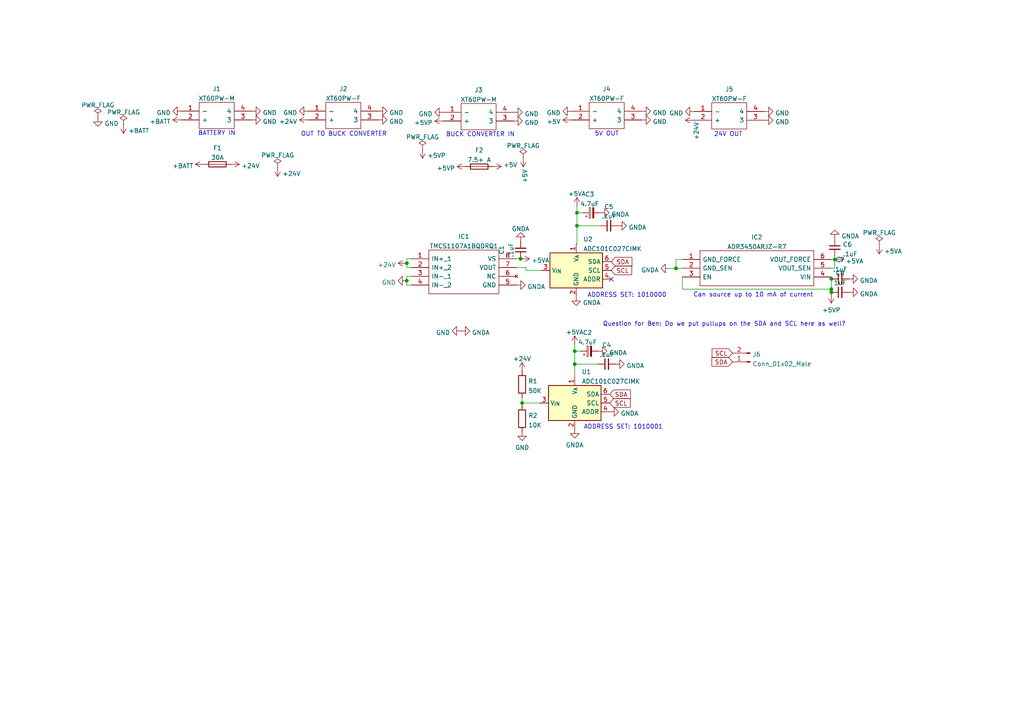
<source format=kicad_sch>
(kicad_sch (version 20211123) (generator eeschema)
  (paper "A4")
  (lib_symbols
    (symbol "ADR3450ARJZ-R7:ADR3450ARJZ-R7" (pin_names (offset 0.762))
      (property "Reference" "IC" (at 39.37 7.62 0))
      (property "Value" "ADR3450ARJZ-R7" (at 39.37 5.08 0))
      (symbol "ADR3450ARJZ-R7_0_0"
        (pin passive line (at 0 0 0) (length 5.08) (name "GND_FORCE") (number "1"))
        (pin passive line (at 0 -2.54 0) (length 5.08) (name "GND_SEN") (number "2"))
        (pin passive line (at 0 -5.08 0) (length 5.08) (name "EN") (number "3"))
        (pin passive line (at 43.18 -5.08 180) (length 5.08) (name "VIN") (number "4"))
        (pin passive line (at 43.18 -2.54 180) (length 5.08) (name "VOUT_SEN") (number "5"))
        (pin passive line (at 43.18 0 180) (length 5.08) (name "VOUT_FORCE") (number "6"))
      )
      (symbol "ADR3450ARJZ-R7_0_1"
        (polyline (pts (xy 5.08 2.54) (xy 38.1 2.54) (xy 38.1 -7.62) (xy 5.08 -7.62) (xy 5.08 2.54)) (stroke (width 0.1524)))
      )
    )
    (symbol "Analog_ADC:ADC101C021CIMK"
      (property "Reference" "U" (at 3.81 11.43 0))
      (property "Value" "ADC101C021CIMK" (at 11.43 8.89 0))
      (symbol "ADC101C021CIMK_0_1"
        (rectangle (start -7.62 5.08) (end 7.62 -5.08) (stroke (width 0.254)) (fill (type background)))
      )
      (symbol "ADC101C021CIMK_1_1"
        (pin power_in line (at 0 7.62 270) (length 2.54) (name "V_{A}") (number "1"))
        (pin power_in line (at 0 -7.62 90) (length 2.54) (name "GND") (number "2"))
        (pin input line (at -10.16 0 0) (length 2.54) (name "V_{IN}") (number "3"))
        (pin input line (at 10.16 -2.54 180) (length 2.54) (name "ADDR") (number "4"))
        (pin input line (at 10.16 0 180) (length 2.54) (name "SCL") (number "5"))
        (pin bidirectional line (at 10.16 2.54 180) (length 2.54) (name "SDA") (number "6"))
      )
    )
    (symbol "Connector:Conn_01x02_Male" (pin_names (offset 1.016) hide)
      (property "Reference" "J" (at 0 2.54 0))
      (property "Value" "Conn_01x02_Male" (at 0 -5.08 0))
      (symbol "Conn_01x02_Male_1_1"
        (polyline (pts (xy 1.27 -2.54) (xy 0.8636 -2.54)) (stroke (width 0.1524)))
        (polyline (pts (xy 1.27 0) (xy 0.8636 0)) (stroke (width 0.1524)))
        (rectangle (start 0.8636 -2.413) (end 0 -2.667) (stroke (width 0.1524)) (fill (type outline)))
        (rectangle (start 0.8636 0.127) (end 0 -0.127) (stroke (width 0.1524)) (fill (type outline)))
        (pin passive line (at 5.08 0 180) (length 3.81) (name "Pin_1") (number "1"))
        (pin passive line (at 5.08 -2.54 180) (length 3.81) (name "Pin_2") (number "2"))
      )
    )
    (symbol "Device:C_Polarized_Small" (pin_numbers hide) (pin_names (offset 0.254) hide)
      (property "Reference" "C" (at 0.254 1.778 0))
      (property "Value" "C_Polarized_Small" (at 0.254 -2.032 0))
      (symbol "C_Polarized_Small_0_1"
        (rectangle (start -1.524 -0.3048) (end 1.524 -0.6858) (fill (type outline)))
        (rectangle (start -1.524 0.6858) (end 1.524 0.3048))
        (polyline (pts (xy -1.27 1.524) (xy -0.762 1.524)))
        (polyline (pts (xy -1.016 1.27) (xy -1.016 1.778)))
      )
      (symbol "C_Polarized_Small_1_1"
        (pin passive line (at 0 2.54 270) (length 1.8542) (name "~") (number "1"))
        (pin passive line (at 0 -2.54 90) (length 1.8542) (name "~") (number "2"))
      )
    )
    (symbol "Device:C_Small" (pin_numbers hide) (pin_names (offset 0.254) hide)
      (property "Reference" "C" (at 0.254 1.778 0))
      (property "Value" "C_Small" (at 0.254 -2.032 0))
      (symbol "C_Small_0_1"
        (polyline (pts (xy -1.524 -0.508) (xy 1.524 -0.508)) (stroke (width 0.3302)))
        (polyline (pts (xy -1.524 0.508) (xy 1.524 0.508)) (stroke (width 0.3048)))
      )
      (symbol "C_Small_1_1"
        (pin passive line (at 0 2.54 270) (length 2.032) (name "~") (number "1"))
        (pin passive line (at 0 -2.54 90) (length 2.032) (name "~") (number "2"))
      )
    )
    (symbol "Device:Fuse" (pin_numbers hide) (pin_names (offset 0))
      (property "Reference" "F" (at 2.032 0 90))
      (property "Value" "Fuse" (at -1.905 0 90))
      (symbol "Fuse_0_1"
        (rectangle (start -0.762 -2.54) (end 0.762 2.54) (stroke (width 0.254)))
        (polyline (pts (xy 0 2.54) (xy 0 -2.54)))
      )
      (symbol "Fuse_1_1"
        (pin passive line (at 0 3.81 270) (length 1.27) (name "~") (number "1"))
        (pin passive line (at 0 -3.81 90) (length 1.27) (name "~") (number "2"))
      )
    )
    (symbol "Device:R" (pin_numbers hide) (pin_names (offset 0))
      (property "Reference" "R" (at 2.032 0 90))
      (property "Value" "R" (at 0 0 90))
      (symbol "R_0_1"
        (rectangle (start -1.016 -2.54) (end 1.016 2.54) (stroke (width 0.254)))
      )
      (symbol "R_1_1"
        (pin passive line (at 0 3.81 270) (length 1.27) (name "~") (number "1"))
        (pin passive line (at 0 -3.81 90) (length 1.27) (name "~") (number "2"))
      )
    )
    (symbol "TMCS1107A1BQDRQ1:TMCS1107A1BQDRQ1" (pin_names (offset 0.762))
      (property "Reference" "IC" (at 26.67 7.62 0))
      (property "Value" "TMCS1107A1BQDRQ1" (at 26.67 5.08 0))
      (symbol "TMCS1107A1BQDRQ1_0_0"
        (pin passive line (at 0 0 0) (length 5.08) (name "IN+_1") (number "1"))
        (pin passive line (at 0 -2.54 0) (length 5.08) (name "IN+_2") (number "2"))
        (pin passive line (at 0 -5.08 0) (length 5.08) (name "IN-_1") (number "3"))
        (pin passive line (at 0 -7.62 0) (length 5.08) (name "IN-_2") (number "4"))
        (pin passive line (at 30.48 -7.62 180) (length 5.08) (name "GND") (number "5"))
        (pin no_connect line (at 30.48 -5.08 180) (length 5.08) (name "NC") (number "6"))
        (pin passive line (at 30.48 -2.54 180) (length 5.08) (name "VOUT") (number "7"))
        (pin passive line (at 30.48 0 180) (length 5.08) (name "VS") (number "8"))
      )
      (symbol "TMCS1107A1BQDRQ1_0_1"
        (polyline (pts (xy 5.08 2.54) (xy 25.4 2.54) (xy 25.4 -10.16) (xy 5.08 -10.16) (xy 5.08 2.54)) (stroke (width 0.1524)))
      )
    )
    (symbol "XT60PW-F:XT60PW-F" (pin_names (offset 0.762))
      (property "Reference" "J" (at 16.51 7.62 0))
      (property "Value" "XT60PW-F" (at 16.51 5.08 0))
      (symbol "XT60PW-F_0_0"
        (pin passive line (at 0 0 0) (length 5.08) (name "-") (number "1"))
        (pin passive line (at 0 -2.54 0) (length 5.08) (name "+") (number "2"))
        (pin passive line (at 20.32 -2.54 180) (length 5.08) (name "3") (number "3"))
        (pin passive line (at 20.32 0 180) (length 5.08) (name "4") (number "4"))
      )
      (symbol "XT60PW-F_0_1"
        (polyline (pts (xy 5.08 2.54) (xy 15.24 2.54) (xy 15.24 -5.08) (xy 5.08 -5.08) (xy 5.08 2.54)) (stroke (width 0.1524)))
      )
    )
    (symbol "XT60PW-M:XT60PW-M" (pin_names (offset 0.762))
      (property "Reference" "J" (at 16.51 7.62 0))
      (property "Value" "XT60PW-M" (at 16.51 5.08 0))
      (symbol "XT60PW-M_0_0"
        (pin passive line (at 0 0 0) (length 5.08) (name "-") (number "1"))
        (pin passive line (at 0 -2.54 0) (length 5.08) (name "+") (number "2"))
        (pin passive line (at 20.32 -2.54 180) (length 5.08) (name "3") (number "3"))
        (pin passive line (at 20.32 0 180) (length 5.08) (name "4") (number "4"))
      )
      (symbol "XT60PW-M_0_1"
        (polyline (pts (xy 5.08 2.54) (xy 15.24 2.54) (xy 15.24 -5.08) (xy 5.08 -5.08) (xy 5.08 2.54)) (stroke (width 0.1524)))
      )
    )
    (symbol "power:+24V" (power) (pin_names (offset 0))
      (property "Value" "+24V" (at 0 3.556 0))
      (symbol "+24V_0_1"
        (polyline (pts (xy -0.762 1.27) (xy 0 2.54)))
        (polyline (pts (xy 0 0) (xy 0 2.54)))
        (polyline (pts (xy 0 2.54) (xy 0.762 1.27)))
      )
      (symbol "+24V_1_1"
        (pin power_in line (at 0 0 90) (length 0) hide (name "+24V") (number "1"))
      )
    )
    (symbol "power:+5V" (power) (pin_names (offset 0))
      (property "Value" "+5V" (at 0 3.556 0))
      (symbol "+5V_0_1"
        (polyline (pts (xy -0.762 1.27) (xy 0 2.54)))
        (polyline (pts (xy 0 0) (xy 0 2.54)))
        (polyline (pts (xy 0 2.54) (xy 0.762 1.27)))
      )
      (symbol "+5V_1_1"
        (pin power_in line (at 0 0 90) (length 0) hide (name "+5V") (number "1"))
      )
    )
    (symbol "power:+5VA" (power) (pin_names (offset 0))
      (property "Value" "+5VA" (at 0 3.556 0))
      (symbol "+5VA_0_1"
        (polyline (pts (xy -0.762 1.27) (xy 0 2.54)))
        (polyline (pts (xy 0 0) (xy 0 2.54)))
        (polyline (pts (xy 0 2.54) (xy 0.762 1.27)))
      )
      (symbol "+5VA_1_1"
        (pin power_in line (at 0 0 90) (length 0) hide (name "+5VA") (number "1"))
      )
    )
    (symbol "power:+5VP" (power) (pin_names (offset 0))
      (property "Value" "+5VP" (at 0 3.556 0))
      (symbol "+5VP_0_1"
        (polyline (pts (xy -0.762 1.27) (xy 0 2.54)))
        (polyline (pts (xy 0 0) (xy 0 2.54)))
        (polyline (pts (xy 0 2.54) (xy 0.762 1.27)))
      )
      (symbol "+5VP_1_1"
        (pin power_in line (at 0 0 90) (length 0) hide (name "+5VP") (number "1"))
      )
    )
    (symbol "power:+BATT" (power) (pin_names (offset 0))
      (property "Value" "+BATT" (at 0 3.556 0))
      (symbol "+BATT_0_1"
        (polyline (pts (xy -0.762 1.27) (xy 0 2.54)))
        (polyline (pts (xy 0 0) (xy 0 2.54)))
        (polyline (pts (xy 0 2.54) (xy 0.762 1.27)))
      )
      (symbol "+BATT_1_1"
        (pin power_in line (at 0 0 90) (length 0) hide (name "+BATT") (number "1"))
      )
    )
    (symbol "power:GND" (power) (pin_names (offset 0))
      (property "Value" "GND" (at 0 -3.81 0))
      (symbol "GND_0_1"
        (polyline (pts (xy 0 0) (xy 0 -1.27) (xy 1.27 -1.27) (xy 0 -2.54) (xy -1.27 -1.27) (xy 0 -1.27)))
      )
      (symbol "GND_1_1"
        (pin power_in line (at 0 0 270) (length 0) hide (name "GND") (number "1"))
      )
    )
    (symbol "power:GNDA" (power) (pin_names (offset 0))
      (property "Value" "GNDA" (at 0 -3.81 0))
      (symbol "GNDA_0_1"
        (polyline (pts (xy 0 0) (xy 0 -1.27) (xy 1.27 -1.27) (xy 0 -2.54) (xy -1.27 -1.27) (xy 0 -1.27)))
      )
      (symbol "GNDA_1_1"
        (pin power_in line (at 0 0 270) (length 0) hide (name "GNDA") (number "1"))
      )
    )
    (symbol "power:PWR_FLAG" (power) (pin_numbers hide) (pin_names (offset 0) hide)
      (property "Value" "PWR_FLAG" (at 0 3.81 0))
      (symbol "PWR_FLAG_0_0"
        (pin power_out line (at 0 0 90) (length 0) (name "pwr") (number "1"))
      )
      (symbol "PWR_FLAG_0_1"
        (polyline (pts (xy 0 0) (xy 0 1.27) (xy -1.016 1.905) (xy 0 2.54) (xy 1.016 1.905) (xy 0 1.27)))
      )
    )
  )
  (junction (at 151.003 75.057))
  (junction (at 166.7002 101.854))
  (junction (at 196.0626 77.851))
  (junction (at 117.983 81.4324))
  (junction (at 241.1222 83.8708))
  (junction (at 167.3352 65.4812))
  (junction (at 167.3352 61.722))
  (junction (at 151.4348 116.8908))
  (junction (at 196.0626 77.8002))
  (junction (at 118.0084 76.3524))
  (junction (at 241.1222 84.7852))
  (junction (at 166.7002 105.6132))
  (junction (at 242.1128 75.2602))
  (junction (at 241.1222 80.899))
  (no_connect (at 177.292 80.9752))
  (wire (pts (xy 196.0626 77.8002) (xy 196.0626 77.851)))
  (wire (pts (xy 197.9422 80.3402) (xy 197.9422 83.8708)))
  (wire (pts (xy 118.0084 75.057) (xy 118.0084 76.3524)))
  (wire (pts (xy 166.7002 105.6132) (xy 166.7002 109.2708)))
  (wire (pts (xy 241.1222 75.2602) (xy 242.1128 75.2602)))
  (wire (pts (xy 197.9422 75.2602) (xy 196.0626 75.2602)))
  (wire (pts (xy 117.983 81.4324) (xy 117.983 82.677)))
  (wire (pts (xy 242.1128 75.2602) (xy 242.1128 77.8002)))
  (wire (pts (xy 196.0626 75.2602) (xy 196.0626 77.8002)))
  (wire (pts (xy 119.3038 75.057) (xy 118.0084 75.057)))
  (wire (pts (xy 166.7002 101.854) (xy 168.402 101.854)))
  (wire (pts (xy 118.0084 76.3524) (xy 118.0084 77.597)))
  (wire (pts (xy 241.1222 80.899) (xy 241.1222 83.8708)))
  (wire (pts (xy 166.7002 99.949) (xy 166.7002 101.854)))
  (wire (pts (xy 118.0084 77.597) (xy 119.3038 77.597)))
  (wire (pts (xy 149.7838 75.057) (xy 151.003 75.057)))
  (wire (pts (xy 117.983 82.677) (xy 119.3038 82.677)))
  (wire (pts (xy 151.4348 115.2906) (xy 151.4348 116.8908)))
  (wire (pts (xy 241.1222 84.7852) (xy 241.1222 85.3694)))
  (wire (pts (xy 119.3038 80.137) (xy 117.983 80.137)))
  (wire (pts (xy 167.3352 61.722) (xy 169.037 61.722)))
  (wire (pts (xy 117.983 80.137) (xy 117.983 81.4324)))
  (wire (pts (xy 151.4348 116.8908) (xy 156.5402 116.8908)))
  (wire (pts (xy 167.3352 59.817) (xy 167.3352 61.722)))
  (wire (pts (xy 242.1128 77.8002) (xy 241.1222 77.8002)))
  (wire (pts (xy 167.3352 65.4812) (xy 167.3352 70.8152)))
  (wire (pts (xy 166.7002 105.6132) (xy 173.4312 105.6132)))
  (wire (pts (xy 167.3352 70.8152) (xy 167.132 70.8152)))
  (wire (pts (xy 156.972 78.4352) (xy 152.5524 78.4352)))
  (wire (pts (xy 241.1222 80.3402) (xy 241.1222 80.899)))
  (wire (pts (xy 167.3352 61.722) (xy 167.3352 65.4812)))
  (wire (pts (xy 151.4348 116.8908) (xy 151.4348 117.6274)))
  (wire (pts (xy 241.1222 83.8708) (xy 241.1222 84.7852)))
  (wire (pts (xy 167.3352 65.4812) (xy 174.0662 65.4812)))
  (wire (pts (xy 152.5524 77.597) (xy 149.7838 77.597)))
  (wire (pts (xy 197.9422 83.8708) (xy 241.1222 83.8708)))
  (wire (pts (xy 166.7002 101.854) (xy 166.7002 105.6132)))
  (wire (pts (xy 197.9422 77.8002) (xy 196.0626 77.8002)))
  (wire (pts (xy 196.0626 77.851) (xy 194.2592 77.851)))
  (wire (pts (xy 242.1128 74.3458) (xy 242.1128 75.2602)))
  (wire (pts (xy 152.5524 78.4352) (xy 152.5524 77.597)))
  (text "24V OUT" (at 207.0608 39.7764 0) (effects (font (size 1.27 1.27)) (justify left bottom)))
  (text "BUCK CONVERTER IN" (at 129.3114 39.8272 0) (effects (font (size 1.27 1.27)) (justify left bottom)))
  (text "Question for Ben: Do we put pullups on the SDA and SCL here as well?" (at 174.8282 94.8182 0) (effects (font (size 1.27 1.27)) (justify left bottom)))
  (text "OUT TO BUCK CONVERTER" (at 87.249 39.7002 0) (effects (font (size 1.27 1.27)) (justify left bottom)))
  (text "ADDRESS SET: 1010001" (at 169.291 124.6632 0) (effects (font (size 1.27 1.27)) (justify left bottom)))
  (text "BATTERY IN" (at 57.4294 39.497 0) (effects (font (size 1.27 1.27)) (justify left bottom)))
  (text "5V OUT" (at 172.4406 39.624 0) (effects (font (size 1.27 1.27)) (justify left bottom)))
  (text "Can source up to 10 mA of current" (at 201.0664 86.3346 0) (effects (font (size 1.27 1.27)) (justify left bottom)))
  (text "ADDRESS SET: 1010000" (at 170.3578 86.4108 0) (effects (font (size 1.27 1.27)) (justify left bottom)))
  (global_label "SDA" (shape input) (at 212.471 104.9528 180) (property "Intersheet References" "${INTERSHEET_REFS}" (effects hide)))
  (global_label "SDA" (shape input) (at 176.8602 114.3508 0) (property "Intersheet References" "${INTERSHEET_REFS}" (effects hide)))
  (global_label "SCL" (shape input) (at 212.471 102.4128 180) (property "Intersheet References" "${INTERSHEET_REFS}" (effects hide)))
  (global_label "SCL" (shape input) (at 177.292 78.4352 0) (property "Intersheet References" "${INTERSHEET_REFS}" (effects hide)))
  (global_label "SDA" (shape input) (at 177.292 75.8952 0) (property "Intersheet References" "${INTERSHEET_REFS}" (effects hide)))
  (global_label "SCL" (shape input) (at 176.8602 116.8908 0) (property "Intersheet References" "${INTERSHEET_REFS}" (effects hide)))
  (symbol (lib_id "power:+5VP") (at 128.651 35.1028 90) (unit 1)
    (property "Reference" "#PWR014" (effects hide))
    (property "Value" "+5VP" (at 125.4761 35.5818 90) (effects (justify left)))
  )
  (symbol (lib_id "ADR3450ARJZ-R7:ADR3450ARJZ-R7") (at 197.9422 75.2602 0) (unit 1)
    (property "Reference" "IC2" (at 219.5322 68.8045 0))
    (property "Value" "ADR3450ARJZ-R7" (at 219.5322 71.5796 0))
    (property "Footprint" "ADR3450ARJZ-R7:SOT95P280X145-6N" (effects hide))
    (property "Description" "Micropower, High Accuracy Voltage References" (effects hide))
    (property "Manufacturer_Name" "Analog Devices" (effects hide))
    (property "Manufacturer_Part_Number" "ADR3450ARJZ-R7" (effects hide))
    (property "Mouser Part Number" "584-ADR3450ARJZ-R7" (effects hide))
    (property "Mouser Price/Stock" "https://www.mouser.co.uk/ProductDetail/Analog-Devices/ADR3450ARJZ-R7?qs=WIvQP4zGani%252BAvAPDrR4IA%3D%3D" (effects hide))
    (property "Arrow Part Number" "ADR3450ARJZ-R7" (effects hide))
    (property "Arrow Price/Stock" "https://www.arrow.com/en/products/adr3450arjz-r7/analog-devices" (effects hide))
  )
  (symbol (lib_id "power:GND") (at 128.651 32.5628 270) (unit 1)
    (property "Reference" "#PWR013" (effects hide))
    (property "Value" "GND" (at 125.4761 33.0418 90) (effects (justify right)))
  )
  (symbol (lib_id "Device:C_Small") (at 175.9712 105.6132 90) (unit 1)
    (property "Reference" "C4" (at 175.9775 100.0846 90))
    (property "Value" ".1uF" (at 175.9775 102.8597 90))
  )
  (symbol (lib_id "Device:C_Polarized_Small") (at 171.577 61.722 90) (unit 1)
    (property "Reference" "C3" (at 171.0309 56.3585 90))
    (property "Value" "4.7uF" (at 171.0309 59.1336 90))
  )
  (symbol (lib_id "power:GNDA") (at 151.003 69.977 180) (unit 1)
    (property "Reference" "#PWR022" (effects hide))
    (property "Value" "GNDA" (at 151.003 66.3725 0))
  )
  (symbol (lib_id "TMCS1107A1BQDRQ1:TMCS1107A1BQDRQ1") (at 119.3038 75.057 0) (unit 1)
    (property "Reference" "IC1" (at 134.5438 68.6013 0))
    (property "Value" "TMCS1107A1BQDRQ1" (at 134.5438 71.3764 0))
    (property "Footprint" "TMCS1107A1BQDRQ1:SOIC127P600X175-8N" (effects hide))
    (property "Datasheet" "https://www.ti.com/lit/ds/symlink/tmcs1107-q1.pdf?ts=1634009705469&ref_url=https%253A%252F%252Fwww.ti.com%252Fsitesearch%252Fdocs%252Funiversalsearch.tsp%253FlangPref%253Den-US%2526searchTerm%253DTMCS1107A4UQDRQ1%2526nr%253D2" (effects hide))
    (property "Description" "Board Mount Current Sensors AEC-Q100, +/-420-V isolated Hall-effect current sensor with internal reference 8-SOIC -40 to 125" (effects hide))
    (property "Height" "1.75" (effects hide))
    (property "Manufacturer_Name" "Texas Instruments" (effects hide))
    (property "Manufacturer_Part_Number" "TMCS1107A1BQDRQ1" (effects hide))
  )
  (symbol (lib_id "Device:C_Small") (at 151.003 72.517 180) (unit 1)
    (property "Reference" "C1" (at 145.4744 72.5107 90))
    (property "Value" ".1uF" (at 148.2495 72.5107 90))
  )
  (symbol (lib_id "power:GND") (at 72.9996 34.7726 90) (unit 1)
    (property "Reference" "#PWR06" (effects hide))
    (property "Value" "GND" (at 76.1746 35.2516 90) (effects (justify right)))
  )
  (symbol (lib_id "power:+5VP") (at 122.555 43.3578 180) (unit 1)
    (property "Reference" "#PWR051" (effects hide))
    (property "Value" "+5VP" (at 123.952 45.1068 0) (effects (justify right)))
  )
  (symbol (lib_id "power:+24V") (at 66.8782 47.6504 270) (unit 1)
    (property "Reference" "#PWR04" (effects hide))
    (property "Value" "+24V" (at 70.0532 48.1294 90) (effects (justify left)))
  )
  (symbol (lib_id "power:GNDA") (at 242.1128 69.2658 180) (unit 1)
    (property "Reference" "#PWR045" (effects hide))
    (property "Value" "GNDA" (at 244.0178 68.4748 0) (effects (justify right)))
  )
  (symbol (lib_id "power:GND") (at 89.408 32.2326 270) (unit 1)
    (property "Reference" "#PWR07" (effects hide))
    (property "Value" "GND" (at 86.2331 32.7116 90) (effects (justify right)))
  )
  (symbol (lib_id "power:+5VA") (at 166.7002 99.949 0) (unit 1)
    (property "Reference" "#PWR028" (effects hide))
    (property "Value" "+5VA" (at 166.7002 96.3445 0))
  )
  (symbol (lib_id "power:PWR_FLAG") (at 28.3972 34.0868 0) (unit 1)
    (property "Reference" "#FLG01" (effects hide))
    (property "Value" "PWR_FLAG" (at 28.3972 30.4823 0))
  )
  (symbol (lib_id "power:GNDA") (at 173.482 101.854 90) (unit 1)
    (property "Reference" "#PWR032" (effects hide))
    (property "Value" "GNDA" (at 176.657 102.333 90) (effects (justify right)))
  )
  (symbol (lib_id "XT60PW-F:XT60PW-F") (at 165.8112 32.258 0) (unit 1)
    (property "Reference" "J4" (at 175.9712 25.8023 0))
    (property "Value" "XT60PW-F" (at 175.9712 28.5774 0))
    (property "Footprint" "LIB_XT60PW-F:XT60PWF" (effects hide))
    (property "Datasheet" "https://www.tme.eu/Document/9b8d0c5eb7094295f3d3112c214d3ade/XT60PW%20SPEC.pdf" (effects hide))
    (property "Description" "Socket; DC supply; XT60; male; PIN: 2; on PCBs; THT; Colour: yellow" (effects hide))
    (property "Height" "8.4" (effects hide))
    (property "Manufacturer_Name" "Changzou Amass Elec" (effects hide))
    (property "Manufacturer_Part_Number" "XT60PW-M" (effects hide))
  )
  (symbol (lib_id "power:GNDA") (at 246.2022 84.7852 90) (unit 1)
    (property "Reference" "#PWR048" (effects hide))
    (property "Value" "GNDA" (at 249.3772 85.2642 90) (effects (justify right)))
  )
  (symbol (lib_id "power:PWR_FLAG") (at 255.0414 71.12 0) (unit 1)
    (property "Reference" "#FLG06" (effects hide))
    (property "Value" "PWR_FLAG" (at 255.0414 67.5155 0))
  )
  (symbol (lib_id "power:GND") (at 221.6658 34.8742 90) (unit 1)
    (property "Reference" "#PWR043" (effects hide))
    (property "Value" "GND" (at 224.8408 35.3532 90) (effects (justify right)))
  )
  (symbol (lib_id "XT60PW-F:XT60PW-F") (at 201.3458 32.3342 0) (unit 1)
    (property "Reference" "J5" (at 211.5058 25.8785 0))
    (property "Value" "XT60PW-F" (at 211.5058 28.6536 0))
    (property "Footprint" "LIB_XT60PW-F:XT60PWF" (effects hide))
    (property "Datasheet" "https://www.tme.eu/Document/9b8d0c5eb7094295f3d3112c214d3ade/XT60PW%20SPEC.pdf" (effects hide))
    (property "Description" "Socket; DC supply; XT60; male; PIN: 2; on PCBs; THT; Colour: yellow" (effects hide))
    (property "Height" "8.4" (effects hide))
    (property "Manufacturer_Name" "Changzou Amass Elec" (effects hide))
    (property "Manufacturer_Part_Number" "XT60PW-M" (effects hide))
  )
  (symbol (lib_id "power:PWR_FLAG") (at 80.518 48.641 0) (unit 1)
    (property "Reference" "#FLG04" (effects hide))
    (property "Value" "PWR_FLAG" (at 80.518 45.0365 0))
  )
  (symbol (lib_id "power:GNDA") (at 174.117 61.722 90) (unit 1)
    (property "Reference" "#PWR033" (effects hide))
    (property "Value" "GNDA" (at 177.292 62.201 90) (effects (justify right)))
  )
  (symbol (lib_id "Device:R") (at 151.4348 111.4806 0) (unit 1)
    (property "Reference" "R1" (at 153.2128 110.5721 0) (effects (justify left)))
    (property "Value" "50K" (at 153.2128 113.3472 0) (effects (justify left)))
  )
  (symbol (lib_id "XT60PW-M:XT60PW-M") (at 52.6796 32.2326 0) (unit 1)
    (property "Reference" "J1" (at 62.8396 25.7769 0))
    (property "Value" "XT60PW-M" (at 62.8396 28.552 0))
    (property "Footprint" "LIB_XT60PW-M:XT60PWM" (effects hide))
    (property "Datasheet" "https://www.tme.eu/Document/9b8d0c5eb7094295f3d3112c214d3ade/XT60PW%20SPEC.pdf" (effects hide))
    (property "Description" "Socket; DC supply; XT60; male; PIN: 2; on PCBs; THT; Colour: yellow" (effects hide))
    (property "Height" "8.4" (effects hide))
    (property "Manufacturer_Name" "Changzou Amass Elec" (effects hide))
    (property "Manufacturer_Part_Number" "XT60PW-M" (effects hide))
  )
  (symbol (lib_id "power:GND") (at 148.971 32.5628 90) (unit 1)
    (property "Reference" "#PWR019" (effects hide))
    (property "Value" "GND" (at 152.146 33.0418 90) (effects (justify right)))
  )
  (symbol (lib_id "power:+BATT") (at 59.2582 47.6504 90) (unit 1)
    (property "Reference" "#PWR03" (effects hide))
    (property "Value" "+BATT" (at 56.0832 48.1294 90) (effects (justify left)))
  )
  (symbol (lib_id "power:GNDA") (at 166.7002 124.5108 0) (unit 1)
    (property "Reference" "#PWR029" (effects hide))
    (property "Value" "GNDA" (at 166.7002 129.0733 0))
  )
  (symbol (lib_id "power:GNDA") (at 149.7838 82.677 90) (unit 1)
    (property "Reference" "#PWR021" (effects hide))
    (property "Value" "GNDA" (at 152.9588 83.156 90) (effects (justify right)))
  )
  (symbol (lib_id "power:GND") (at 165.8112 32.258 270) (unit 1)
    (property "Reference" "#PWR026" (effects hide))
    (property "Value" "GND" (at 162.6363 32.737 90) (effects (justify right)))
  )
  (symbol (lib_id "power:GNDA") (at 179.1462 65.4812 90) (unit 1)
    (property "Reference" "#PWR036" (effects hide))
    (property "Value" "GNDA" (at 182.3212 65.9602 90) (effects (justify right)))
  )
  (symbol (lib_id "power:GND") (at 186.1312 32.258 90) (unit 1)
    (property "Reference" "#PWR037" (effects hide))
    (property "Value" "GND" (at 189.3062 32.737 90) (effects (justify right)))
  )
  (symbol (lib_id "power:+5VA") (at 242.1128 75.2602 270) (unit 1)
    (property "Reference" "#PWR046" (effects hide))
    (property "Value" "+5VA" (at 245.2878 75.7392 90) (effects (justify left)))
  )
  (symbol (lib_id "power:GND") (at 151.4348 125.2474 0) (unit 1)
    (property "Reference" "#PWR025" (effects hide))
    (property "Value" "GND" (at 151.4348 129.8099 0))
  )
  (symbol (lib_id "power:GND") (at 72.9996 32.2326 90) (unit 1)
    (property "Reference" "#PWR05" (effects hide))
    (property "Value" "GND" (at 76.1746 32.7116 90) (effects (justify right)))
  )
  (symbol (lib_id "power:PWR_FLAG") (at 151.765 45.8724 0) (unit 1)
    (property "Reference" "#FLG05" (effects hide))
    (property "Value" "PWR_FLAG" (at 151.765 42.2679 0))
  )
  (symbol (lib_id "power:+24V") (at 201.3458 34.8742 90) (unit 1)
    (property "Reference" "#PWR041" (effects hide))
    (property "Value" "+24V" (at 201.9808 35.3532 0) (effects (justify right)))
  )
  (symbol (lib_id "Analog_ADC:ADC101C021CIMK") (at 167.132 78.4352 0) (unit 1)
    (property "Reference" "U2" (at 169.1514 69.3887 0) (effects (justify left)))
    (property "Value" "ADC101C027CIMK" (at 169.1514 72.1638 0) (effects (justify left)))
    (property "Footprint" "Package_TO_SOT_SMD:SOT-23-6" (effects hide))
    (property "Datasheet" "https://www.ti.com/lit/ds/symlink/adc101c021.pdf" (effects hide))
  )
  (symbol (lib_id "power:GND") (at 133.7056 95.9866 270) (unit 1)
    (property "Reference" "#PWR015" (effects hide))
    (property "Value" "GND" (at 130.5307 96.4656 90) (effects (justify right)))
  )
  (symbol (lib_id "power:GND") (at 28.3972 34.0868 0) (unit 1)
    (property "Reference" "#PWR049" (effects hide))
    (property "Value" "GND" (at 30.3022 35.8358 0) (effects (justify left)))
  )
  (symbol (lib_id "power:GNDA") (at 167.132 86.0552 0) (unit 1)
    (property "Reference" "#PWR030" (effects hide))
    (property "Value" "GNDA" (at 169.037 87.8042 0) (effects (justify left)))
  )
  (symbol (lib_id "power:GND") (at 201.3458 32.3342 270) (unit 1)
    (property "Reference" "#PWR040" (effects hide))
    (property "Value" "GND" (at 198.1709 32.8132 90) (effects (justify right)))
  )
  (symbol (lib_id "power:GND") (at 109.728 34.7726 90) (unit 1)
    (property "Reference" "#PWR010" (effects hide))
    (property "Value" "GND" (at 112.903 35.2516 90) (effects (justify right)))
  )
  (symbol (lib_id "Device:Fuse") (at 138.9888 48.3108 90) (unit 1)
    (property "Reference" "F2" (at 138.9888 43.5823 90))
    (property "Value" "7.5+ A" (at 138.9888 46.3574 90))
  )
  (symbol (lib_id "power:GND") (at 186.1312 34.798 90) (unit 1)
    (property "Reference" "#PWR038" (effects hide))
    (property "Value" "GND" (at 189.3062 35.277 90) (effects (justify right)))
  )
  (symbol (lib_id "XT60PW-M:XT60PW-M") (at 128.651 32.5628 0) (unit 1)
    (property "Reference" "J3" (at 138.811 26.1071 0))
    (property "Value" "XT60PW-M" (at 138.811 28.8822 0))
    (property "Footprint" "LIB_XT60PW-M:XT60PWM" (effects hide))
    (property "Datasheet" "https://www.tme.eu/Document/9b8d0c5eb7094295f3d3112c214d3ade/XT60PW%20SPEC.pdf" (effects hide))
    (property "Description" "Socket; DC supply; XT60; male; PIN: 2; on PCBs; THT; Colour: yellow" (effects hide))
    (property "Height" "8.4" (effects hide))
    (property "Manufacturer_Name" "Changzou Amass Elec" (effects hide))
    (property "Manufacturer_Part_Number" "XT60PW-M" (effects hide))
  )
  (symbol (lib_id "Device:R") (at 151.4348 121.4374 0) (unit 1)
    (property "Reference" "R2" (at 153.2128 120.5289 0) (effects (justify left)))
    (property "Value" "10K" (at 153.2128 123.304 0) (effects (justify left)))
  )
  (symbol (lib_id "power:+5VP") (at 241.1222 85.3694 180) (unit 1)
    (property "Reference" "#PWR044" (effects hide))
    (property "Value" "+5VP" (at 241.1222 89.9319 0))
  )
  (symbol (lib_id "Device:C_Small") (at 243.6622 80.899 90) (unit 1)
    (property "Reference" "C7" (at 243.6685 75.3704 90))
    (property "Value" ".1uF" (at 243.6685 78.1455 90))
  )
  (symbol (lib_id "Device:C_Small") (at 176.6062 65.4812 90) (unit 1)
    (property "Reference" "C5" (at 176.6125 59.9526 90))
    (property "Value" ".1uF" (at 176.6125 62.7277 90))
  )
  (symbol (lib_id "power:GNDA") (at 194.2592 77.851 270) (unit 1)
    (property "Reference" "#PWR039" (effects hide))
    (property "Value" "GNDA" (at 191.0842 78.33 90) (effects (justify right)))
  )
  (symbol (lib_id "power:+5VA") (at 151.003 75.057 270) (unit 1)
    (property "Reference" "#PWR023" (effects hide))
    (property "Value" "+5VA" (at 154.178 75.536 90) (effects (justify left)))
  )
  (symbol (lib_id "Device:C_Polarized_Small") (at 170.942 101.854 90) (unit 1)
    (property "Reference" "C2" (at 170.3959 96.4905 90))
    (property "Value" "4.7uF" (at 170.3959 99.2656 90))
  )
  (symbol (lib_id "power:+24V") (at 89.408 34.7726 90) (unit 1)
    (property "Reference" "#PWR08" (effects hide))
    (property "Value" "+24V" (at 86.233 35.2516 90) (effects (justify left)))
  )
  (symbol (lib_id "power:GNDA") (at 176.8602 119.4308 90) (unit 1)
    (property "Reference" "#PWR034" (effects hide))
    (property "Value" "GNDA" (at 180.0352 119.9098 90) (effects (justify right)))
  )
  (symbol (lib_id "Device:C_Small") (at 242.1128 71.8058 0) (unit 1)
    (property "Reference" "C6" (at 244.4369 70.9036 0) (effects (justify left)))
    (property "Value" ".1uF" (at 244.4369 73.6787 0) (effects (justify left)))
  )
  (symbol (lib_id "power:+5VP") (at 135.1788 48.3108 90) (unit 1)
    (property "Reference" "#PWR017" (effects hide))
    (property "Value" "+5VP" (at 132.0039 48.7898 90) (effects (justify left)))
  )
  (symbol (lib_id "power:GND") (at 148.971 35.1028 90) (unit 1)
    (property "Reference" "#PWR020" (effects hide))
    (property "Value" "GND" (at 152.146 35.5818 90) (effects (justify right)))
  )
  (symbol (lib_id "power:+5VA") (at 255.0414 71.12 180) (unit 1)
    (property "Reference" "#PWR054" (effects hide))
    (property "Value" "+5VA" (at 256.4384 72.869 0) (effects (justify right)))
  )
  (symbol (lib_id "power:+BATT") (at 52.6796 34.7726 90) (unit 1)
    (property "Reference" "#PWR02" (effects hide))
    (property "Value" "+BATT" (at 49.5046 35.2516 90) (effects (justify left)))
  )
  (symbol (lib_id "power:GND") (at 52.6796 32.2326 270) (unit 1)
    (property "Reference" "#PWR01" (effects hide))
    (property "Value" "GND" (at 49.5047 32.7116 90) (effects (justify right)))
  )
  (symbol (lib_id "power:+24V") (at 118.0084 76.3524 90) (unit 1)
    (property "Reference" "#PWR012" (effects hide))
    (property "Value" "+24V" (at 114.8334 76.8314 90) (effects (justify left)))
  )
  (symbol (lib_id "power:+24V") (at 80.518 48.641 180) (unit 1)
    (property "Reference" "#PWR052" (effects hide))
    (property "Value" "+24V" (at 81.915 50.39 0) (effects (justify right)))
  )
  (symbol (lib_id "power:GNDA") (at 133.7056 95.9866 90) (unit 1)
    (property "Reference" "#PWR016" (effects hide))
    (property "Value" "GNDA" (at 136.8806 96.4656 90) (effects (justify right)))
  )
  (symbol (lib_id "power:+24V") (at 151.4348 107.6706 0) (unit 1)
    (property "Reference" "#PWR024" (effects hide))
    (property "Value" "+24V" (at 151.4348 104.0661 0))
  )
  (symbol (lib_id "XT60PW-F:XT60PW-F") (at 89.408 32.2326 0) (unit 1)
    (property "Reference" "J2" (at 99.568 25.7769 0))
    (property "Value" "XT60PW-F" (at 99.568 28.552 0))
    (property "Footprint" "LIB_XT60PW-F:XT60PWF" (effects hide))
    (property "Datasheet" "https://www.tme.eu/Document/9b8d0c5eb7094295f3d3112c214d3ade/XT60PW%20SPEC.pdf" (effects hide))
    (property "Description" "Socket; DC supply; XT60; male; PIN: 2; on PCBs; THT; Colour: yellow" (effects hide))
    (property "Height" "8.4" (effects hide))
    (property "Manufacturer_Name" "Changzou Amass Elec" (effects hide))
    (property "Manufacturer_Part_Number" "XT60PW-M" (effects hide))
  )
  (symbol (lib_id "Connector:Conn_01x02_Male") (at 217.551 104.9528 180) (unit 1)
    (property "Reference" "J6" (at 218.2622 102.7743 0) (effects (justify right)))
    (property "Value" "Conn_01x02_Male" (at 218.2622 105.5494 0) (effects (justify right)))
    (property "Footprint" "Connector_Molex:Molex_KK-254_AE-6410-02A_1x02_P2.54mm_Vertical" (effects hide))
  )
  (symbol (lib_id "power:+5V") (at 142.7988 48.3108 270) (unit 1)
    (property "Reference" "#PWR018" (effects hide))
    (property "Value" "+5V" (at 145.9737 47.8318 90) (effects (justify left)))
  )
  (symbol (lib_id "power:+5VA") (at 167.3352 59.817 0) (unit 1)
    (property "Reference" "#PWR031" (effects hide))
    (property "Value" "+5VA" (at 167.3352 56.2125 0))
  )
  (symbol (lib_id "power:PWR_FLAG") (at 35.814 36.1696 0) (unit 1)
    (property "Reference" "#FLG02" (effects hide))
    (property "Value" "PWR_FLAG" (at 35.814 32.5651 0))
  )
  (symbol (lib_id "power:GND") (at 109.728 32.2326 90) (unit 1)
    (property "Reference" "#PWR09" (effects hide))
    (property "Value" "GND" (at 112.903 32.7116 90) (effects (justify right)))
  )
  (symbol (lib_id "power:+5V") (at 165.8112 34.798 90) (unit 1)
    (property "Reference" "#PWR027" (effects hide))
    (property "Value" "+5V" (at 162.6363 35.277 90) (effects (justify left)))
  )
  (symbol (lib_id "power:GND") (at 117.983 81.4324 270) (unit 1)
    (property "Reference" "#PWR011" (effects hide))
    (property "Value" "GND" (at 114.8081 81.9114 90) (effects (justify right)))
  )
  (symbol (lib_id "Device:C_Small") (at 243.6622 84.7852 90) (unit 1)
    (property "Reference" "C8" (at 243.6685 79.2566 90))
    (property "Value" "1uF" (at 243.6685 82.0317 90))
  )
  (symbol (lib_id "power:+BATT") (at 35.814 36.1696 180) (unit 1)
    (property "Reference" "#PWR050" (effects hide))
    (property "Value" "+BATT" (at 37.211 37.9186 0) (effects (justify right)))
  )
  (symbol (lib_id "power:GND") (at 221.6658 32.3342 90) (unit 1)
    (property "Reference" "#PWR042" (effects hide))
    (property "Value" "GND" (at 224.8408 32.8132 90) (effects (justify right)))
  )
  (symbol (lib_id "Analog_ADC:ADC101C021CIMK") (at 166.7002 116.8908 0) (unit 1)
    (property "Reference" "U1" (at 168.7196 107.8443 0) (effects (justify left)))
    (property "Value" "ADC101C027CIMK" (at 168.7196 110.6194 0) (effects (justify left)))
    (property "Footprint" "Package_TO_SOT_SMD:SOT-23-6" (effects hide))
    (property "Datasheet" "https://www.ti.com/lit/ds/symlink/adc101c021.pdf" (effects hide))
  )
  (symbol (lib_id "Device:Fuse") (at 63.0682 47.6504 90) (unit 1)
    (property "Reference" "F1" (at 63.0682 42.9219 90))
    (property "Value" "30A" (at 63.0682 45.697 90))
  )
  (symbol (lib_id "power:+5V") (at 151.765 45.8724 180) (unit 1)
    (property "Reference" "#PWR053" (effects hide))
    (property "Value" "+5V" (at 152.244 49.0473 90) (effects (justify left)))
  )
  (symbol (lib_id "power:GNDA") (at 246.2022 80.899 90) (unit 1)
    (property "Reference" "#PWR047" (effects hide))
    (property "Value" "GNDA" (at 249.3772 81.378 90) (effects (justify right)))
  )
  (symbol (lib_id "power:PWR_FLAG") (at 122.555 43.3578 0) (unit 1)
    (property "Reference" "#FLG03" (effects hide))
    (property "Value" "PWR_FLAG" (at 122.555 39.7533 0))
  )
  (symbol (lib_id "power:GNDA") (at 178.5112 105.6132 90) (unit 1)
    (property "Reference" "#PWR035" (effects hide))
    (property "Value" "GNDA" (at 181.6862 106.0922 90) (effects (justify right)))
  )
)
</source>
